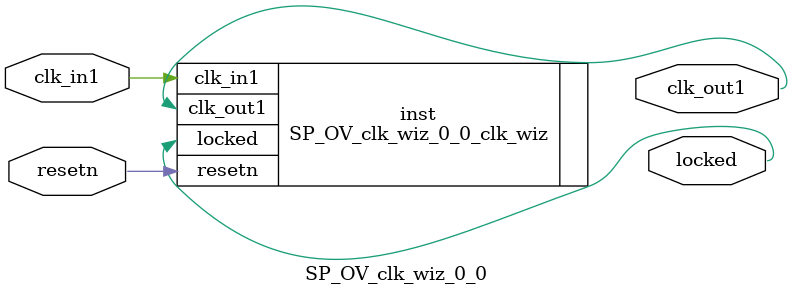
<source format=v>


`timescale 1ps/1ps

(* CORE_GENERATION_INFO = "SP_OV_clk_wiz_0_0,clk_wiz_v6_0_3_0_0,{component_name=SP_OV_clk_wiz_0_0,use_phase_alignment=true,use_min_o_jitter=false,use_max_i_jitter=false,use_dyn_phase_shift=false,use_inclk_switchover=false,use_dyn_reconfig=false,enable_axi=0,feedback_source=FDBK_AUTO,PRIMITIVE=MMCM,num_out_clk=1,clkin1_period=8.000,clkin2_period=10.000,use_power_down=false,use_reset=true,use_locked=true,use_inclk_stopped=false,feedback_type=SINGLE,CLOCK_MGR_TYPE=NA,manual_override=false}" *)

module SP_OV_clk_wiz_0_0 
 (
  // Clock out ports
  output        clk_out1,
  // Status and control signals
  input         resetn,
  output        locked,
 // Clock in ports
  input         clk_in1
 );

  SP_OV_clk_wiz_0_0_clk_wiz inst
  (
  // Clock out ports  
  .clk_out1(clk_out1),
  // Status and control signals               
  .resetn(resetn), 
  .locked(locked),
 // Clock in ports
  .clk_in1(clk_in1)
  );

endmodule

</source>
